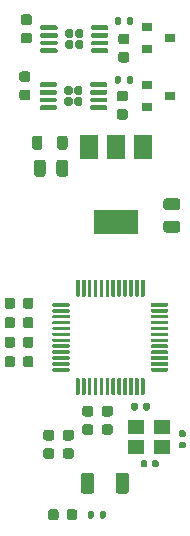
<source format=gbr>
%TF.GenerationSoftware,KiCad,Pcbnew,(5.1.10)-1*%
%TF.CreationDate,2021-08-15T22:41:54+03:00*%
%TF.ProjectId,jantteri-lora,6a616e74-7465-4726-992d-6c6f72612e6b,rev?*%
%TF.SameCoordinates,Original*%
%TF.FileFunction,Paste,Top*%
%TF.FilePolarity,Positive*%
%FSLAX46Y46*%
G04 Gerber Fmt 4.6, Leading zero omitted, Abs format (unit mm)*
G04 Created by KiCad (PCBNEW (5.1.10)-1) date 2021-08-15 22:41:54*
%MOMM*%
%LPD*%
G01*
G04 APERTURE LIST*
%ADD10R,0.900000X0.800000*%
%ADD11R,3.800000X2.000000*%
%ADD12R,1.500000X2.000000*%
%ADD13R,1.400000X1.200000*%
G04 APERTURE END LIST*
%TO.C,C2*%
G36*
G01*
X78199000Y-62222000D02*
X77249000Y-62222000D01*
G75*
G02*
X76999000Y-61972000I0J250000D01*
G01*
X76999000Y-61472000D01*
G75*
G02*
X77249000Y-61222000I250000J0D01*
G01*
X78199000Y-61222000D01*
G75*
G02*
X78449000Y-61472000I0J-250000D01*
G01*
X78449000Y-61972000D01*
G75*
G02*
X78199000Y-62222000I-250000J0D01*
G01*
G37*
G36*
G01*
X78199000Y-64122000D02*
X77249000Y-64122000D01*
G75*
G02*
X76999000Y-63872000I0J250000D01*
G01*
X76999000Y-63372000D01*
G75*
G02*
X77249000Y-63122000I250000J0D01*
G01*
X78199000Y-63122000D01*
G75*
G02*
X78449000Y-63372000I0J-250000D01*
G01*
X78449000Y-63872000D01*
G75*
G02*
X78199000Y-64122000I-250000J0D01*
G01*
G37*
%TD*%
%TO.C,C1*%
G36*
G01*
X68948000Y-58199000D02*
X68948000Y-59149000D01*
G75*
G02*
X68698000Y-59399000I-250000J0D01*
G01*
X68198000Y-59399000D01*
G75*
G02*
X67948000Y-59149000I0J250000D01*
G01*
X67948000Y-58199000D01*
G75*
G02*
X68198000Y-57949000I250000J0D01*
G01*
X68698000Y-57949000D01*
G75*
G02*
X68948000Y-58199000I0J-250000D01*
G01*
G37*
G36*
G01*
X67048000Y-58199000D02*
X67048000Y-59149000D01*
G75*
G02*
X66798000Y-59399000I-250000J0D01*
G01*
X66298000Y-59399000D01*
G75*
G02*
X66048000Y-59149000I0J250000D01*
G01*
X66048000Y-58199000D01*
G75*
G02*
X66298000Y-57949000I250000J0D01*
G01*
X66798000Y-57949000D01*
G75*
G02*
X67048000Y-58199000I0J-250000D01*
G01*
G37*
%TD*%
%TO.C,C3*%
G36*
G01*
X66008000Y-69854000D02*
X66008000Y-70354000D01*
G75*
G02*
X65783000Y-70579000I-225000J0D01*
G01*
X65333000Y-70579000D01*
G75*
G02*
X65108000Y-70354000I0J225000D01*
G01*
X65108000Y-69854000D01*
G75*
G02*
X65333000Y-69629000I225000J0D01*
G01*
X65783000Y-69629000D01*
G75*
G02*
X66008000Y-69854000I0J-225000D01*
G01*
G37*
G36*
G01*
X64458000Y-69854000D02*
X64458000Y-70354000D01*
G75*
G02*
X64233000Y-70579000I-225000J0D01*
G01*
X63783000Y-70579000D01*
G75*
G02*
X63558000Y-70354000I0J225000D01*
G01*
X63558000Y-69854000D01*
G75*
G02*
X63783000Y-69629000I225000J0D01*
G01*
X64233000Y-69629000D01*
G75*
G02*
X64458000Y-69854000I0J-225000D01*
G01*
G37*
%TD*%
%TO.C,C4*%
G36*
G01*
X64458000Y-71505000D02*
X64458000Y-72005000D01*
G75*
G02*
X64233000Y-72230000I-225000J0D01*
G01*
X63783000Y-72230000D01*
G75*
G02*
X63558000Y-72005000I0J225000D01*
G01*
X63558000Y-71505000D01*
G75*
G02*
X63783000Y-71280000I225000J0D01*
G01*
X64233000Y-71280000D01*
G75*
G02*
X64458000Y-71505000I0J-225000D01*
G01*
G37*
G36*
G01*
X66008000Y-71505000D02*
X66008000Y-72005000D01*
G75*
G02*
X65783000Y-72230000I-225000J0D01*
G01*
X65333000Y-72230000D01*
G75*
G02*
X65108000Y-72005000I0J225000D01*
G01*
X65108000Y-71505000D01*
G75*
G02*
X65333000Y-71280000I225000J0D01*
G01*
X65783000Y-71280000D01*
G75*
G02*
X66008000Y-71505000I0J-225000D01*
G01*
G37*
%TD*%
%TO.C,C5*%
G36*
G01*
X73283000Y-53665000D02*
X73783000Y-53665000D01*
G75*
G02*
X74008000Y-53890000I0J-225000D01*
G01*
X74008000Y-54340000D01*
G75*
G02*
X73783000Y-54565000I-225000J0D01*
G01*
X73283000Y-54565000D01*
G75*
G02*
X73058000Y-54340000I0J225000D01*
G01*
X73058000Y-53890000D01*
G75*
G02*
X73283000Y-53665000I225000J0D01*
G01*
G37*
G36*
G01*
X73283000Y-52115000D02*
X73783000Y-52115000D01*
G75*
G02*
X74008000Y-52340000I0J-225000D01*
G01*
X74008000Y-52790000D01*
G75*
G02*
X73783000Y-53015000I-225000J0D01*
G01*
X73283000Y-53015000D01*
G75*
G02*
X73058000Y-52790000I0J225000D01*
G01*
X73058000Y-52340000D01*
G75*
G02*
X73283000Y-52115000I225000J0D01*
G01*
G37*
%TD*%
%TO.C,C6*%
G36*
G01*
X65528000Y-52927000D02*
X65028000Y-52927000D01*
G75*
G02*
X64803000Y-52702000I0J225000D01*
G01*
X64803000Y-52252000D01*
G75*
G02*
X65028000Y-52027000I225000J0D01*
G01*
X65528000Y-52027000D01*
G75*
G02*
X65753000Y-52252000I0J-225000D01*
G01*
X65753000Y-52702000D01*
G75*
G02*
X65528000Y-52927000I-225000J0D01*
G01*
G37*
G36*
G01*
X65528000Y-51377000D02*
X65028000Y-51377000D01*
G75*
G02*
X64803000Y-51152000I0J225000D01*
G01*
X64803000Y-50702000D01*
G75*
G02*
X65028000Y-50477000I225000J0D01*
G01*
X65528000Y-50477000D01*
G75*
G02*
X65753000Y-50702000I0J-225000D01*
G01*
X65753000Y-51152000D01*
G75*
G02*
X65528000Y-51377000I-225000J0D01*
G01*
G37*
%TD*%
%TO.C,C7*%
G36*
G01*
X73410000Y-48826000D02*
X73910000Y-48826000D01*
G75*
G02*
X74135000Y-49051000I0J-225000D01*
G01*
X74135000Y-49501000D01*
G75*
G02*
X73910000Y-49726000I-225000J0D01*
G01*
X73410000Y-49726000D01*
G75*
G02*
X73185000Y-49501000I0J225000D01*
G01*
X73185000Y-49051000D01*
G75*
G02*
X73410000Y-48826000I225000J0D01*
G01*
G37*
G36*
G01*
X73410000Y-47276000D02*
X73910000Y-47276000D01*
G75*
G02*
X74135000Y-47501000I0J-225000D01*
G01*
X74135000Y-47951000D01*
G75*
G02*
X73910000Y-48176000I-225000J0D01*
G01*
X73410000Y-48176000D01*
G75*
G02*
X73185000Y-47951000I0J225000D01*
G01*
X73185000Y-47501000D01*
G75*
G02*
X73410000Y-47276000I225000J0D01*
G01*
G37*
%TD*%
%TO.C,C8*%
G36*
G01*
X65655000Y-48101000D02*
X65155000Y-48101000D01*
G75*
G02*
X64930000Y-47876000I0J225000D01*
G01*
X64930000Y-47426000D01*
G75*
G02*
X65155000Y-47201000I225000J0D01*
G01*
X65655000Y-47201000D01*
G75*
G02*
X65880000Y-47426000I0J-225000D01*
G01*
X65880000Y-47876000D01*
G75*
G02*
X65655000Y-48101000I-225000J0D01*
G01*
G37*
G36*
G01*
X65655000Y-46551000D02*
X65155000Y-46551000D01*
G75*
G02*
X64930000Y-46326000I0J225000D01*
G01*
X64930000Y-45876000D01*
G75*
G02*
X65155000Y-45651000I225000J0D01*
G01*
X65655000Y-45651000D01*
G75*
G02*
X65880000Y-45876000I0J-225000D01*
G01*
X65880000Y-46326000D01*
G75*
G02*
X65655000Y-46551000I-225000J0D01*
G01*
G37*
%TD*%
%TO.C,C9*%
G36*
G01*
X74108000Y-84693999D02*
X74108000Y-85994001D01*
G75*
G02*
X73858001Y-86244000I-249999J0D01*
G01*
X73207999Y-86244000D01*
G75*
G02*
X72958000Y-85994001I0J249999D01*
G01*
X72958000Y-84693999D01*
G75*
G02*
X73207999Y-84444000I249999J0D01*
G01*
X73858001Y-84444000D01*
G75*
G02*
X74108000Y-84693999I0J-249999D01*
G01*
G37*
G36*
G01*
X71158000Y-84693999D02*
X71158000Y-85994001D01*
G75*
G02*
X70908001Y-86244000I-249999J0D01*
G01*
X70257999Y-86244000D01*
G75*
G02*
X70008000Y-85994001I0J249999D01*
G01*
X70008000Y-84693999D01*
G75*
G02*
X70257999Y-84444000I249999J0D01*
G01*
X70908001Y-84444000D01*
G75*
G02*
X71158000Y-84693999I0J-249999D01*
G01*
G37*
%TD*%
%TO.C,C10*%
G36*
G01*
X68711000Y-82380000D02*
X69211000Y-82380000D01*
G75*
G02*
X69436000Y-82605000I0J-225000D01*
G01*
X69436000Y-83055000D01*
G75*
G02*
X69211000Y-83280000I-225000J0D01*
G01*
X68711000Y-83280000D01*
G75*
G02*
X68486000Y-83055000I0J225000D01*
G01*
X68486000Y-82605000D01*
G75*
G02*
X68711000Y-82380000I225000J0D01*
G01*
G37*
G36*
G01*
X68711000Y-80830000D02*
X69211000Y-80830000D01*
G75*
G02*
X69436000Y-81055000I0J-225000D01*
G01*
X69436000Y-81505000D01*
G75*
G02*
X69211000Y-81730000I-225000J0D01*
G01*
X68711000Y-81730000D01*
G75*
G02*
X68486000Y-81505000I0J225000D01*
G01*
X68486000Y-81055000D01*
G75*
G02*
X68711000Y-80830000I225000J0D01*
G01*
G37*
%TD*%
%TO.C,C11*%
G36*
G01*
X64458000Y-74807000D02*
X64458000Y-75307000D01*
G75*
G02*
X64233000Y-75532000I-225000J0D01*
G01*
X63783000Y-75532000D01*
G75*
G02*
X63558000Y-75307000I0J225000D01*
G01*
X63558000Y-74807000D01*
G75*
G02*
X63783000Y-74582000I225000J0D01*
G01*
X64233000Y-74582000D01*
G75*
G02*
X64458000Y-74807000I0J-225000D01*
G01*
G37*
G36*
G01*
X66008000Y-74807000D02*
X66008000Y-75307000D01*
G75*
G02*
X65783000Y-75532000I-225000J0D01*
G01*
X65333000Y-75532000D01*
G75*
G02*
X65108000Y-75307000I0J225000D01*
G01*
X65108000Y-74807000D01*
G75*
G02*
X65333000Y-74582000I225000J0D01*
G01*
X65783000Y-74582000D01*
G75*
G02*
X66008000Y-74807000I0J-225000D01*
G01*
G37*
%TD*%
%TO.C,C12*%
G36*
G01*
X66008000Y-73156000D02*
X66008000Y-73656000D01*
G75*
G02*
X65783000Y-73881000I-225000J0D01*
G01*
X65333000Y-73881000D01*
G75*
G02*
X65108000Y-73656000I0J225000D01*
G01*
X65108000Y-73156000D01*
G75*
G02*
X65333000Y-72931000I225000J0D01*
G01*
X65783000Y-72931000D01*
G75*
G02*
X66008000Y-73156000I0J-225000D01*
G01*
G37*
G36*
G01*
X64458000Y-73156000D02*
X64458000Y-73656000D01*
G75*
G02*
X64233000Y-73881000I-225000J0D01*
G01*
X63783000Y-73881000D01*
G75*
G02*
X63558000Y-73656000I0J225000D01*
G01*
X63558000Y-73156000D01*
G75*
G02*
X63783000Y-72931000I225000J0D01*
G01*
X64233000Y-72931000D01*
G75*
G02*
X64458000Y-73156000I0J-225000D01*
G01*
G37*
%TD*%
%TO.C,C13*%
G36*
G01*
X70362000Y-78798000D02*
X70862000Y-78798000D01*
G75*
G02*
X71087000Y-79023000I0J-225000D01*
G01*
X71087000Y-79473000D01*
G75*
G02*
X70862000Y-79698000I-225000J0D01*
G01*
X70362000Y-79698000D01*
G75*
G02*
X70137000Y-79473000I0J225000D01*
G01*
X70137000Y-79023000D01*
G75*
G02*
X70362000Y-78798000I225000J0D01*
G01*
G37*
G36*
G01*
X70362000Y-80348000D02*
X70862000Y-80348000D01*
G75*
G02*
X71087000Y-80573000I0J-225000D01*
G01*
X71087000Y-81023000D01*
G75*
G02*
X70862000Y-81248000I-225000J0D01*
G01*
X70362000Y-81248000D01*
G75*
G02*
X70137000Y-81023000I0J225000D01*
G01*
X70137000Y-80573000D01*
G75*
G02*
X70362000Y-80348000I225000J0D01*
G01*
G37*
%TD*%
%TO.C,C14*%
G36*
G01*
X67060000Y-82380000D02*
X67560000Y-82380000D01*
G75*
G02*
X67785000Y-82605000I0J-225000D01*
G01*
X67785000Y-83055000D01*
G75*
G02*
X67560000Y-83280000I-225000J0D01*
G01*
X67060000Y-83280000D01*
G75*
G02*
X66835000Y-83055000I0J225000D01*
G01*
X66835000Y-82605000D01*
G75*
G02*
X67060000Y-82380000I225000J0D01*
G01*
G37*
G36*
G01*
X67060000Y-80830000D02*
X67560000Y-80830000D01*
G75*
G02*
X67785000Y-81055000I0J-225000D01*
G01*
X67785000Y-81505000D01*
G75*
G02*
X67560000Y-81730000I-225000J0D01*
G01*
X67060000Y-81730000D01*
G75*
G02*
X66835000Y-81505000I0J225000D01*
G01*
X66835000Y-81055000D01*
G75*
G02*
X67060000Y-80830000I225000J0D01*
G01*
G37*
%TD*%
%TO.C,C15*%
G36*
G01*
X72013000Y-78798000D02*
X72513000Y-78798000D01*
G75*
G02*
X72738000Y-79023000I0J-225000D01*
G01*
X72738000Y-79473000D01*
G75*
G02*
X72513000Y-79698000I-225000J0D01*
G01*
X72013000Y-79698000D01*
G75*
G02*
X71788000Y-79473000I0J225000D01*
G01*
X71788000Y-79023000D01*
G75*
G02*
X72013000Y-78798000I225000J0D01*
G01*
G37*
G36*
G01*
X72013000Y-80348000D02*
X72513000Y-80348000D01*
G75*
G02*
X72738000Y-80573000I0J-225000D01*
G01*
X72738000Y-81023000D01*
G75*
G02*
X72513000Y-81248000I-225000J0D01*
G01*
X72013000Y-81248000D01*
G75*
G02*
X71788000Y-81023000I0J225000D01*
G01*
X71788000Y-80573000D01*
G75*
G02*
X72013000Y-80348000I225000J0D01*
G01*
G37*
%TD*%
%TO.C,C16*%
G36*
G01*
X75087000Y-83863000D02*
X75087000Y-83523000D01*
G75*
G02*
X75227000Y-83383000I140000J0D01*
G01*
X75507000Y-83383000D01*
G75*
G02*
X75647000Y-83523000I0J-140000D01*
G01*
X75647000Y-83863000D01*
G75*
G02*
X75507000Y-84003000I-140000J0D01*
G01*
X75227000Y-84003000D01*
G75*
G02*
X75087000Y-83863000I0J140000D01*
G01*
G37*
G36*
G01*
X76047000Y-83863000D02*
X76047000Y-83523000D01*
G75*
G02*
X76187000Y-83383000I140000J0D01*
G01*
X76467000Y-83383000D01*
G75*
G02*
X76607000Y-83523000I0J-140000D01*
G01*
X76607000Y-83863000D01*
G75*
G02*
X76467000Y-84003000I-140000J0D01*
G01*
X76187000Y-84003000D01*
G75*
G02*
X76047000Y-83863000I0J140000D01*
G01*
G37*
%TD*%
%TO.C,C17*%
G36*
G01*
X78443000Y-81833000D02*
X78783000Y-81833000D01*
G75*
G02*
X78923000Y-81973000I0J-140000D01*
G01*
X78923000Y-82253000D01*
G75*
G02*
X78783000Y-82393000I-140000J0D01*
G01*
X78443000Y-82393000D01*
G75*
G02*
X78303000Y-82253000I0J140000D01*
G01*
X78303000Y-81973000D01*
G75*
G02*
X78443000Y-81833000I140000J0D01*
G01*
G37*
G36*
G01*
X78443000Y-80873000D02*
X78783000Y-80873000D01*
G75*
G02*
X78923000Y-81013000I0J-140000D01*
G01*
X78923000Y-81293000D01*
G75*
G02*
X78783000Y-81433000I-140000J0D01*
G01*
X78443000Y-81433000D01*
G75*
G02*
X78303000Y-81293000I0J140000D01*
G01*
X78303000Y-81013000D01*
G75*
G02*
X78443000Y-80873000I140000J0D01*
G01*
G37*
%TD*%
%TO.C,D1*%
G36*
G01*
X69703500Y-87754750D02*
X69703500Y-88267250D01*
G75*
G02*
X69484750Y-88486000I-218750J0D01*
G01*
X69047250Y-88486000D01*
G75*
G02*
X68828500Y-88267250I0J218750D01*
G01*
X68828500Y-87754750D01*
G75*
G02*
X69047250Y-87536000I218750J0D01*
G01*
X69484750Y-87536000D01*
G75*
G02*
X69703500Y-87754750I0J-218750D01*
G01*
G37*
G36*
G01*
X68128500Y-87754750D02*
X68128500Y-88267250D01*
G75*
G02*
X67909750Y-88486000I-218750J0D01*
G01*
X67472250Y-88486000D01*
G75*
G02*
X67253500Y-88267250I0J218750D01*
G01*
X67253500Y-87754750D01*
G75*
G02*
X67472250Y-87536000I218750J0D01*
G01*
X67909750Y-87536000D01*
G75*
G02*
X68128500Y-87754750I0J-218750D01*
G01*
G37*
%TD*%
%TO.C,FB1*%
G36*
G01*
X68890500Y-56133750D02*
X68890500Y-56896250D01*
G75*
G02*
X68671750Y-57115000I-218750J0D01*
G01*
X68234250Y-57115000D01*
G75*
G02*
X68015500Y-56896250I0J218750D01*
G01*
X68015500Y-56133750D01*
G75*
G02*
X68234250Y-55915000I218750J0D01*
G01*
X68671750Y-55915000D01*
G75*
G02*
X68890500Y-56133750I0J-218750D01*
G01*
G37*
G36*
G01*
X66765500Y-56133750D02*
X66765500Y-56896250D01*
G75*
G02*
X66546750Y-57115000I-218750J0D01*
G01*
X66109250Y-57115000D01*
G75*
G02*
X65890500Y-56896250I0J218750D01*
G01*
X65890500Y-56133750D01*
G75*
G02*
X66109250Y-55915000I218750J0D01*
G01*
X66546750Y-55915000D01*
G75*
G02*
X66765500Y-56133750I0J-218750D01*
G01*
G37*
%TD*%
D10*
%TO.C,Q1*%
X75581000Y-51628000D03*
X75581000Y-53528000D03*
X77581000Y-52578000D03*
%TD*%
%TO.C,Q2*%
X77581000Y-47625000D03*
X75581000Y-48575000D03*
X75581000Y-46675000D03*
%TD*%
%TO.C,R3*%
G36*
G01*
X73902000Y-51366000D02*
X73902000Y-50996000D01*
G75*
G02*
X74037000Y-50861000I135000J0D01*
G01*
X74307000Y-50861000D01*
G75*
G02*
X74442000Y-50996000I0J-135000D01*
G01*
X74442000Y-51366000D01*
G75*
G02*
X74307000Y-51501000I-135000J0D01*
G01*
X74037000Y-51501000D01*
G75*
G02*
X73902000Y-51366000I0J135000D01*
G01*
G37*
G36*
G01*
X72882000Y-51366000D02*
X72882000Y-50996000D01*
G75*
G02*
X73017000Y-50861000I135000J0D01*
G01*
X73287000Y-50861000D01*
G75*
G02*
X73422000Y-50996000I0J-135000D01*
G01*
X73422000Y-51366000D01*
G75*
G02*
X73287000Y-51501000I-135000J0D01*
G01*
X73017000Y-51501000D01*
G75*
G02*
X72882000Y-51366000I0J135000D01*
G01*
G37*
%TD*%
%TO.C,R4*%
G36*
G01*
X72882000Y-46413000D02*
X72882000Y-46043000D01*
G75*
G02*
X73017000Y-45908000I135000J0D01*
G01*
X73287000Y-45908000D01*
G75*
G02*
X73422000Y-46043000I0J-135000D01*
G01*
X73422000Y-46413000D01*
G75*
G02*
X73287000Y-46548000I-135000J0D01*
G01*
X73017000Y-46548000D01*
G75*
G02*
X72882000Y-46413000I0J135000D01*
G01*
G37*
G36*
G01*
X73902000Y-46413000D02*
X73902000Y-46043000D01*
G75*
G02*
X74037000Y-45908000I135000J0D01*
G01*
X74307000Y-45908000D01*
G75*
G02*
X74442000Y-46043000I0J-135000D01*
G01*
X74442000Y-46413000D01*
G75*
G02*
X74307000Y-46548000I-135000J0D01*
G01*
X74037000Y-46548000D01*
G75*
G02*
X73902000Y-46413000I0J135000D01*
G01*
G37*
%TD*%
%TO.C,R1*%
G36*
G01*
X72154000Y-87826000D02*
X72154000Y-88196000D01*
G75*
G02*
X72019000Y-88331000I-135000J0D01*
G01*
X71749000Y-88331000D01*
G75*
G02*
X71614000Y-88196000I0J135000D01*
G01*
X71614000Y-87826000D01*
G75*
G02*
X71749000Y-87691000I135000J0D01*
G01*
X72019000Y-87691000D01*
G75*
G02*
X72154000Y-87826000I0J-135000D01*
G01*
G37*
G36*
G01*
X71134000Y-87826000D02*
X71134000Y-88196000D01*
G75*
G02*
X70999000Y-88331000I-135000J0D01*
G01*
X70729000Y-88331000D01*
G75*
G02*
X70594000Y-88196000I0J135000D01*
G01*
X70594000Y-87826000D01*
G75*
G02*
X70729000Y-87691000I135000J0D01*
G01*
X70999000Y-87691000D01*
G75*
G02*
X71134000Y-87826000I0J-135000D01*
G01*
G37*
%TD*%
%TO.C,R2*%
G36*
G01*
X75299000Y-79052000D02*
X75299000Y-78682000D01*
G75*
G02*
X75434000Y-78547000I135000J0D01*
G01*
X75704000Y-78547000D01*
G75*
G02*
X75839000Y-78682000I0J-135000D01*
G01*
X75839000Y-79052000D01*
G75*
G02*
X75704000Y-79187000I-135000J0D01*
G01*
X75434000Y-79187000D01*
G75*
G02*
X75299000Y-79052000I0J135000D01*
G01*
G37*
G36*
G01*
X74279000Y-79052000D02*
X74279000Y-78682000D01*
G75*
G02*
X74414000Y-78547000I135000J0D01*
G01*
X74684000Y-78547000D01*
G75*
G02*
X74819000Y-78682000I0J-135000D01*
G01*
X74819000Y-79052000D01*
G75*
G02*
X74684000Y-79187000I-135000J0D01*
G01*
X74414000Y-79187000D01*
G75*
G02*
X74279000Y-79052000I0J135000D01*
G01*
G37*
%TD*%
D11*
%TO.C,U2*%
X73011000Y-63196000D03*
D12*
X73011000Y-56896000D03*
X70711000Y-56896000D03*
X75311000Y-56896000D03*
%TD*%
%TO.C,U4*%
G36*
G01*
X72267999Y-53453000D02*
X72267999Y-53653000D01*
G75*
G02*
X72167999Y-53753000I-100000J0D01*
G01*
X70917999Y-53753000D01*
G75*
G02*
X70817999Y-53653000I0J100000D01*
G01*
X70817999Y-53453000D01*
G75*
G02*
X70917999Y-53353000I100000J0D01*
G01*
X72167999Y-53353000D01*
G75*
G02*
X72267999Y-53453000I0J-100000D01*
G01*
G37*
G36*
G01*
X72267999Y-52803000D02*
X72267999Y-53003000D01*
G75*
G02*
X72167999Y-53103000I-100000J0D01*
G01*
X70917999Y-53103000D01*
G75*
G02*
X70817999Y-53003000I0J100000D01*
G01*
X70817999Y-52803000D01*
G75*
G02*
X70917999Y-52703000I100000J0D01*
G01*
X72167999Y-52703000D01*
G75*
G02*
X72267999Y-52803000I0J-100000D01*
G01*
G37*
G36*
G01*
X72267999Y-52153000D02*
X72267999Y-52353000D01*
G75*
G02*
X72167999Y-52453000I-100000J0D01*
G01*
X70917999Y-52453000D01*
G75*
G02*
X70817999Y-52353000I0J100000D01*
G01*
X70817999Y-52153000D01*
G75*
G02*
X70917999Y-52053000I100000J0D01*
G01*
X72167999Y-52053000D01*
G75*
G02*
X72267999Y-52153000I0J-100000D01*
G01*
G37*
G36*
G01*
X72267999Y-51503000D02*
X72267999Y-51703000D01*
G75*
G02*
X72167999Y-51803000I-100000J0D01*
G01*
X70917999Y-51803000D01*
G75*
G02*
X70817999Y-51703000I0J100000D01*
G01*
X70817999Y-51503000D01*
G75*
G02*
X70917999Y-51403000I100000J0D01*
G01*
X72167999Y-51403000D01*
G75*
G02*
X72267999Y-51503000I0J-100000D01*
G01*
G37*
G36*
G01*
X67967999Y-51503000D02*
X67967999Y-51703000D01*
G75*
G02*
X67867999Y-51803000I-100000J0D01*
G01*
X66617999Y-51803000D01*
G75*
G02*
X66517999Y-51703000I0J100000D01*
G01*
X66517999Y-51503000D01*
G75*
G02*
X66617999Y-51403000I100000J0D01*
G01*
X67867999Y-51403000D01*
G75*
G02*
X67967999Y-51503000I0J-100000D01*
G01*
G37*
G36*
G01*
X67967999Y-52153000D02*
X67967999Y-52353000D01*
G75*
G02*
X67867999Y-52453000I-100000J0D01*
G01*
X66617999Y-52453000D01*
G75*
G02*
X66517999Y-52353000I0J100000D01*
G01*
X66517999Y-52153000D01*
G75*
G02*
X66617999Y-52053000I100000J0D01*
G01*
X67867999Y-52053000D01*
G75*
G02*
X67967999Y-52153000I0J-100000D01*
G01*
G37*
G36*
G01*
X67967999Y-52803000D02*
X67967999Y-53003000D01*
G75*
G02*
X67867999Y-53103000I-100000J0D01*
G01*
X66617999Y-53103000D01*
G75*
G02*
X66517999Y-53003000I0J100000D01*
G01*
X66517999Y-52803000D01*
G75*
G02*
X66617999Y-52703000I100000J0D01*
G01*
X67867999Y-52703000D01*
G75*
G02*
X67967999Y-52803000I0J-100000D01*
G01*
G37*
G36*
G01*
X67967999Y-53453000D02*
X67967999Y-53653000D01*
G75*
G02*
X67867999Y-53753000I-100000J0D01*
G01*
X66617999Y-53753000D01*
G75*
G02*
X66517999Y-53653000I0J100000D01*
G01*
X66517999Y-53453000D01*
G75*
G02*
X66617999Y-53353000I100000J0D01*
G01*
X67867999Y-53353000D01*
G75*
G02*
X67967999Y-53453000I0J-100000D01*
G01*
G37*
G36*
G01*
X70152999Y-52838000D02*
X70152999Y-53258000D01*
G75*
G02*
X69982999Y-53428000I-170000J0D01*
G01*
X69642999Y-53428000D01*
G75*
G02*
X69472999Y-53258000I0J170000D01*
G01*
X69472999Y-52838000D01*
G75*
G02*
X69642999Y-52668000I170000J0D01*
G01*
X69982999Y-52668000D01*
G75*
G02*
X70152999Y-52838000I0J-170000D01*
G01*
G37*
G36*
G01*
X70152999Y-51898000D02*
X70152999Y-52318000D01*
G75*
G02*
X69982999Y-52488000I-170000J0D01*
G01*
X69642999Y-52488000D01*
G75*
G02*
X69472999Y-52318000I0J170000D01*
G01*
X69472999Y-51898000D01*
G75*
G02*
X69642999Y-51728000I170000J0D01*
G01*
X69982999Y-51728000D01*
G75*
G02*
X70152999Y-51898000I0J-170000D01*
G01*
G37*
G36*
G01*
X69312999Y-52838000D02*
X69312999Y-53258000D01*
G75*
G02*
X69142999Y-53428000I-170000J0D01*
G01*
X68802999Y-53428000D01*
G75*
G02*
X68632999Y-53258000I0J170000D01*
G01*
X68632999Y-52838000D01*
G75*
G02*
X68802999Y-52668000I170000J0D01*
G01*
X69142999Y-52668000D01*
G75*
G02*
X69312999Y-52838000I0J-170000D01*
G01*
G37*
G36*
G01*
X69312999Y-51898000D02*
X69312999Y-52318000D01*
G75*
G02*
X69142999Y-52488000I-170000J0D01*
G01*
X68802999Y-52488000D01*
G75*
G02*
X68632999Y-52318000I0J170000D01*
G01*
X68632999Y-51898000D01*
G75*
G02*
X68802999Y-51728000I170000J0D01*
G01*
X69142999Y-51728000D01*
G75*
G02*
X69312999Y-51898000I0J-170000D01*
G01*
G37*
%TD*%
%TO.C,U5*%
G36*
G01*
X69389000Y-47072000D02*
X69389000Y-47492000D01*
G75*
G02*
X69219000Y-47662000I-170000J0D01*
G01*
X68879000Y-47662000D01*
G75*
G02*
X68709000Y-47492000I0J170000D01*
G01*
X68709000Y-47072000D01*
G75*
G02*
X68879000Y-46902000I170000J0D01*
G01*
X69219000Y-46902000D01*
G75*
G02*
X69389000Y-47072000I0J-170000D01*
G01*
G37*
G36*
G01*
X69389000Y-48012000D02*
X69389000Y-48432000D01*
G75*
G02*
X69219000Y-48602000I-170000J0D01*
G01*
X68879000Y-48602000D01*
G75*
G02*
X68709000Y-48432000I0J170000D01*
G01*
X68709000Y-48012000D01*
G75*
G02*
X68879000Y-47842000I170000J0D01*
G01*
X69219000Y-47842000D01*
G75*
G02*
X69389000Y-48012000I0J-170000D01*
G01*
G37*
G36*
G01*
X70229000Y-47072000D02*
X70229000Y-47492000D01*
G75*
G02*
X70059000Y-47662000I-170000J0D01*
G01*
X69719000Y-47662000D01*
G75*
G02*
X69549000Y-47492000I0J170000D01*
G01*
X69549000Y-47072000D01*
G75*
G02*
X69719000Y-46902000I170000J0D01*
G01*
X70059000Y-46902000D01*
G75*
G02*
X70229000Y-47072000I0J-170000D01*
G01*
G37*
G36*
G01*
X70229000Y-48012000D02*
X70229000Y-48432000D01*
G75*
G02*
X70059000Y-48602000I-170000J0D01*
G01*
X69719000Y-48602000D01*
G75*
G02*
X69549000Y-48432000I0J170000D01*
G01*
X69549000Y-48012000D01*
G75*
G02*
X69719000Y-47842000I170000J0D01*
G01*
X70059000Y-47842000D01*
G75*
G02*
X70229000Y-48012000I0J-170000D01*
G01*
G37*
G36*
G01*
X68044000Y-48627000D02*
X68044000Y-48827000D01*
G75*
G02*
X67944000Y-48927000I-100000J0D01*
G01*
X66694000Y-48927000D01*
G75*
G02*
X66594000Y-48827000I0J100000D01*
G01*
X66594000Y-48627000D01*
G75*
G02*
X66694000Y-48527000I100000J0D01*
G01*
X67944000Y-48527000D01*
G75*
G02*
X68044000Y-48627000I0J-100000D01*
G01*
G37*
G36*
G01*
X68044000Y-47977000D02*
X68044000Y-48177000D01*
G75*
G02*
X67944000Y-48277000I-100000J0D01*
G01*
X66694000Y-48277000D01*
G75*
G02*
X66594000Y-48177000I0J100000D01*
G01*
X66594000Y-47977000D01*
G75*
G02*
X66694000Y-47877000I100000J0D01*
G01*
X67944000Y-47877000D01*
G75*
G02*
X68044000Y-47977000I0J-100000D01*
G01*
G37*
G36*
G01*
X68044000Y-47327000D02*
X68044000Y-47527000D01*
G75*
G02*
X67944000Y-47627000I-100000J0D01*
G01*
X66694000Y-47627000D01*
G75*
G02*
X66594000Y-47527000I0J100000D01*
G01*
X66594000Y-47327000D01*
G75*
G02*
X66694000Y-47227000I100000J0D01*
G01*
X67944000Y-47227000D01*
G75*
G02*
X68044000Y-47327000I0J-100000D01*
G01*
G37*
G36*
G01*
X68044000Y-46677000D02*
X68044000Y-46877000D01*
G75*
G02*
X67944000Y-46977000I-100000J0D01*
G01*
X66694000Y-46977000D01*
G75*
G02*
X66594000Y-46877000I0J100000D01*
G01*
X66594000Y-46677000D01*
G75*
G02*
X66694000Y-46577000I100000J0D01*
G01*
X67944000Y-46577000D01*
G75*
G02*
X68044000Y-46677000I0J-100000D01*
G01*
G37*
G36*
G01*
X72344000Y-46677000D02*
X72344000Y-46877000D01*
G75*
G02*
X72244000Y-46977000I-100000J0D01*
G01*
X70994000Y-46977000D01*
G75*
G02*
X70894000Y-46877000I0J100000D01*
G01*
X70894000Y-46677000D01*
G75*
G02*
X70994000Y-46577000I100000J0D01*
G01*
X72244000Y-46577000D01*
G75*
G02*
X72344000Y-46677000I0J-100000D01*
G01*
G37*
G36*
G01*
X72344000Y-47327000D02*
X72344000Y-47527000D01*
G75*
G02*
X72244000Y-47627000I-100000J0D01*
G01*
X70994000Y-47627000D01*
G75*
G02*
X70894000Y-47527000I0J100000D01*
G01*
X70894000Y-47327000D01*
G75*
G02*
X70994000Y-47227000I100000J0D01*
G01*
X72244000Y-47227000D01*
G75*
G02*
X72344000Y-47327000I0J-100000D01*
G01*
G37*
G36*
G01*
X72344000Y-47977000D02*
X72344000Y-48177000D01*
G75*
G02*
X72244000Y-48277000I-100000J0D01*
G01*
X70994000Y-48277000D01*
G75*
G02*
X70894000Y-48177000I0J100000D01*
G01*
X70894000Y-47977000D01*
G75*
G02*
X70994000Y-47877000I100000J0D01*
G01*
X72244000Y-47877000D01*
G75*
G02*
X72344000Y-47977000I0J-100000D01*
G01*
G37*
G36*
G01*
X72344000Y-48627000D02*
X72344000Y-48827000D01*
G75*
G02*
X72244000Y-48927000I-100000J0D01*
G01*
X70994000Y-48927000D01*
G75*
G02*
X70894000Y-48827000I0J100000D01*
G01*
X70894000Y-48627000D01*
G75*
G02*
X70994000Y-48527000I100000J0D01*
G01*
X72244000Y-48527000D01*
G75*
G02*
X72344000Y-48627000I0J-100000D01*
G01*
G37*
%TD*%
%TO.C,U6*%
G36*
G01*
X69838000Y-77896500D02*
X69688000Y-77896500D01*
G75*
G02*
X69613000Y-77821500I0J75000D01*
G01*
X69613000Y-76496500D01*
G75*
G02*
X69688000Y-76421500I75000J0D01*
G01*
X69838000Y-76421500D01*
G75*
G02*
X69913000Y-76496500I0J-75000D01*
G01*
X69913000Y-77821500D01*
G75*
G02*
X69838000Y-77896500I-75000J0D01*
G01*
G37*
G36*
G01*
X70338000Y-77896500D02*
X70188000Y-77896500D01*
G75*
G02*
X70113000Y-77821500I0J75000D01*
G01*
X70113000Y-76496500D01*
G75*
G02*
X70188000Y-76421500I75000J0D01*
G01*
X70338000Y-76421500D01*
G75*
G02*
X70413000Y-76496500I0J-75000D01*
G01*
X70413000Y-77821500D01*
G75*
G02*
X70338000Y-77896500I-75000J0D01*
G01*
G37*
G36*
G01*
X70838000Y-77896500D02*
X70688000Y-77896500D01*
G75*
G02*
X70613000Y-77821500I0J75000D01*
G01*
X70613000Y-76496500D01*
G75*
G02*
X70688000Y-76421500I75000J0D01*
G01*
X70838000Y-76421500D01*
G75*
G02*
X70913000Y-76496500I0J-75000D01*
G01*
X70913000Y-77821500D01*
G75*
G02*
X70838000Y-77896500I-75000J0D01*
G01*
G37*
G36*
G01*
X71338000Y-77896500D02*
X71188000Y-77896500D01*
G75*
G02*
X71113000Y-77821500I0J75000D01*
G01*
X71113000Y-76496500D01*
G75*
G02*
X71188000Y-76421500I75000J0D01*
G01*
X71338000Y-76421500D01*
G75*
G02*
X71413000Y-76496500I0J-75000D01*
G01*
X71413000Y-77821500D01*
G75*
G02*
X71338000Y-77896500I-75000J0D01*
G01*
G37*
G36*
G01*
X71838000Y-77896500D02*
X71688000Y-77896500D01*
G75*
G02*
X71613000Y-77821500I0J75000D01*
G01*
X71613000Y-76496500D01*
G75*
G02*
X71688000Y-76421500I75000J0D01*
G01*
X71838000Y-76421500D01*
G75*
G02*
X71913000Y-76496500I0J-75000D01*
G01*
X71913000Y-77821500D01*
G75*
G02*
X71838000Y-77896500I-75000J0D01*
G01*
G37*
G36*
G01*
X72338000Y-77896500D02*
X72188000Y-77896500D01*
G75*
G02*
X72113000Y-77821500I0J75000D01*
G01*
X72113000Y-76496500D01*
G75*
G02*
X72188000Y-76421500I75000J0D01*
G01*
X72338000Y-76421500D01*
G75*
G02*
X72413000Y-76496500I0J-75000D01*
G01*
X72413000Y-77821500D01*
G75*
G02*
X72338000Y-77896500I-75000J0D01*
G01*
G37*
G36*
G01*
X72838000Y-77896500D02*
X72688000Y-77896500D01*
G75*
G02*
X72613000Y-77821500I0J75000D01*
G01*
X72613000Y-76496500D01*
G75*
G02*
X72688000Y-76421500I75000J0D01*
G01*
X72838000Y-76421500D01*
G75*
G02*
X72913000Y-76496500I0J-75000D01*
G01*
X72913000Y-77821500D01*
G75*
G02*
X72838000Y-77896500I-75000J0D01*
G01*
G37*
G36*
G01*
X73338000Y-77896500D02*
X73188000Y-77896500D01*
G75*
G02*
X73113000Y-77821500I0J75000D01*
G01*
X73113000Y-76496500D01*
G75*
G02*
X73188000Y-76421500I75000J0D01*
G01*
X73338000Y-76421500D01*
G75*
G02*
X73413000Y-76496500I0J-75000D01*
G01*
X73413000Y-77821500D01*
G75*
G02*
X73338000Y-77896500I-75000J0D01*
G01*
G37*
G36*
G01*
X73838000Y-77896500D02*
X73688000Y-77896500D01*
G75*
G02*
X73613000Y-77821500I0J75000D01*
G01*
X73613000Y-76496500D01*
G75*
G02*
X73688000Y-76421500I75000J0D01*
G01*
X73838000Y-76421500D01*
G75*
G02*
X73913000Y-76496500I0J-75000D01*
G01*
X73913000Y-77821500D01*
G75*
G02*
X73838000Y-77896500I-75000J0D01*
G01*
G37*
G36*
G01*
X74338000Y-77896500D02*
X74188000Y-77896500D01*
G75*
G02*
X74113000Y-77821500I0J75000D01*
G01*
X74113000Y-76496500D01*
G75*
G02*
X74188000Y-76421500I75000J0D01*
G01*
X74338000Y-76421500D01*
G75*
G02*
X74413000Y-76496500I0J-75000D01*
G01*
X74413000Y-77821500D01*
G75*
G02*
X74338000Y-77896500I-75000J0D01*
G01*
G37*
G36*
G01*
X74838000Y-77896500D02*
X74688000Y-77896500D01*
G75*
G02*
X74613000Y-77821500I0J75000D01*
G01*
X74613000Y-76496500D01*
G75*
G02*
X74688000Y-76421500I75000J0D01*
G01*
X74838000Y-76421500D01*
G75*
G02*
X74913000Y-76496500I0J-75000D01*
G01*
X74913000Y-77821500D01*
G75*
G02*
X74838000Y-77896500I-75000J0D01*
G01*
G37*
G36*
G01*
X75338000Y-77896500D02*
X75188000Y-77896500D01*
G75*
G02*
X75113000Y-77821500I0J75000D01*
G01*
X75113000Y-76496500D01*
G75*
G02*
X75188000Y-76421500I75000J0D01*
G01*
X75338000Y-76421500D01*
G75*
G02*
X75413000Y-76496500I0J-75000D01*
G01*
X75413000Y-77821500D01*
G75*
G02*
X75338000Y-77896500I-75000J0D01*
G01*
G37*
G36*
G01*
X77338000Y-75896500D02*
X76013000Y-75896500D01*
G75*
G02*
X75938000Y-75821500I0J75000D01*
G01*
X75938000Y-75671500D01*
G75*
G02*
X76013000Y-75596500I75000J0D01*
G01*
X77338000Y-75596500D01*
G75*
G02*
X77413000Y-75671500I0J-75000D01*
G01*
X77413000Y-75821500D01*
G75*
G02*
X77338000Y-75896500I-75000J0D01*
G01*
G37*
G36*
G01*
X77338000Y-75396500D02*
X76013000Y-75396500D01*
G75*
G02*
X75938000Y-75321500I0J75000D01*
G01*
X75938000Y-75171500D01*
G75*
G02*
X76013000Y-75096500I75000J0D01*
G01*
X77338000Y-75096500D01*
G75*
G02*
X77413000Y-75171500I0J-75000D01*
G01*
X77413000Y-75321500D01*
G75*
G02*
X77338000Y-75396500I-75000J0D01*
G01*
G37*
G36*
G01*
X77338000Y-74896500D02*
X76013000Y-74896500D01*
G75*
G02*
X75938000Y-74821500I0J75000D01*
G01*
X75938000Y-74671500D01*
G75*
G02*
X76013000Y-74596500I75000J0D01*
G01*
X77338000Y-74596500D01*
G75*
G02*
X77413000Y-74671500I0J-75000D01*
G01*
X77413000Y-74821500D01*
G75*
G02*
X77338000Y-74896500I-75000J0D01*
G01*
G37*
G36*
G01*
X77338000Y-74396500D02*
X76013000Y-74396500D01*
G75*
G02*
X75938000Y-74321500I0J75000D01*
G01*
X75938000Y-74171500D01*
G75*
G02*
X76013000Y-74096500I75000J0D01*
G01*
X77338000Y-74096500D01*
G75*
G02*
X77413000Y-74171500I0J-75000D01*
G01*
X77413000Y-74321500D01*
G75*
G02*
X77338000Y-74396500I-75000J0D01*
G01*
G37*
G36*
G01*
X77338000Y-73896500D02*
X76013000Y-73896500D01*
G75*
G02*
X75938000Y-73821500I0J75000D01*
G01*
X75938000Y-73671500D01*
G75*
G02*
X76013000Y-73596500I75000J0D01*
G01*
X77338000Y-73596500D01*
G75*
G02*
X77413000Y-73671500I0J-75000D01*
G01*
X77413000Y-73821500D01*
G75*
G02*
X77338000Y-73896500I-75000J0D01*
G01*
G37*
G36*
G01*
X77338000Y-73396500D02*
X76013000Y-73396500D01*
G75*
G02*
X75938000Y-73321500I0J75000D01*
G01*
X75938000Y-73171500D01*
G75*
G02*
X76013000Y-73096500I75000J0D01*
G01*
X77338000Y-73096500D01*
G75*
G02*
X77413000Y-73171500I0J-75000D01*
G01*
X77413000Y-73321500D01*
G75*
G02*
X77338000Y-73396500I-75000J0D01*
G01*
G37*
G36*
G01*
X77338000Y-72896500D02*
X76013000Y-72896500D01*
G75*
G02*
X75938000Y-72821500I0J75000D01*
G01*
X75938000Y-72671500D01*
G75*
G02*
X76013000Y-72596500I75000J0D01*
G01*
X77338000Y-72596500D01*
G75*
G02*
X77413000Y-72671500I0J-75000D01*
G01*
X77413000Y-72821500D01*
G75*
G02*
X77338000Y-72896500I-75000J0D01*
G01*
G37*
G36*
G01*
X77338000Y-72396500D02*
X76013000Y-72396500D01*
G75*
G02*
X75938000Y-72321500I0J75000D01*
G01*
X75938000Y-72171500D01*
G75*
G02*
X76013000Y-72096500I75000J0D01*
G01*
X77338000Y-72096500D01*
G75*
G02*
X77413000Y-72171500I0J-75000D01*
G01*
X77413000Y-72321500D01*
G75*
G02*
X77338000Y-72396500I-75000J0D01*
G01*
G37*
G36*
G01*
X77338000Y-71896500D02*
X76013000Y-71896500D01*
G75*
G02*
X75938000Y-71821500I0J75000D01*
G01*
X75938000Y-71671500D01*
G75*
G02*
X76013000Y-71596500I75000J0D01*
G01*
X77338000Y-71596500D01*
G75*
G02*
X77413000Y-71671500I0J-75000D01*
G01*
X77413000Y-71821500D01*
G75*
G02*
X77338000Y-71896500I-75000J0D01*
G01*
G37*
G36*
G01*
X77338000Y-71396500D02*
X76013000Y-71396500D01*
G75*
G02*
X75938000Y-71321500I0J75000D01*
G01*
X75938000Y-71171500D01*
G75*
G02*
X76013000Y-71096500I75000J0D01*
G01*
X77338000Y-71096500D01*
G75*
G02*
X77413000Y-71171500I0J-75000D01*
G01*
X77413000Y-71321500D01*
G75*
G02*
X77338000Y-71396500I-75000J0D01*
G01*
G37*
G36*
G01*
X77338000Y-70896500D02*
X76013000Y-70896500D01*
G75*
G02*
X75938000Y-70821500I0J75000D01*
G01*
X75938000Y-70671500D01*
G75*
G02*
X76013000Y-70596500I75000J0D01*
G01*
X77338000Y-70596500D01*
G75*
G02*
X77413000Y-70671500I0J-75000D01*
G01*
X77413000Y-70821500D01*
G75*
G02*
X77338000Y-70896500I-75000J0D01*
G01*
G37*
G36*
G01*
X77338000Y-70396500D02*
X76013000Y-70396500D01*
G75*
G02*
X75938000Y-70321500I0J75000D01*
G01*
X75938000Y-70171500D01*
G75*
G02*
X76013000Y-70096500I75000J0D01*
G01*
X77338000Y-70096500D01*
G75*
G02*
X77413000Y-70171500I0J-75000D01*
G01*
X77413000Y-70321500D01*
G75*
G02*
X77338000Y-70396500I-75000J0D01*
G01*
G37*
G36*
G01*
X75338000Y-69571500D02*
X75188000Y-69571500D01*
G75*
G02*
X75113000Y-69496500I0J75000D01*
G01*
X75113000Y-68171500D01*
G75*
G02*
X75188000Y-68096500I75000J0D01*
G01*
X75338000Y-68096500D01*
G75*
G02*
X75413000Y-68171500I0J-75000D01*
G01*
X75413000Y-69496500D01*
G75*
G02*
X75338000Y-69571500I-75000J0D01*
G01*
G37*
G36*
G01*
X74838000Y-69571500D02*
X74688000Y-69571500D01*
G75*
G02*
X74613000Y-69496500I0J75000D01*
G01*
X74613000Y-68171500D01*
G75*
G02*
X74688000Y-68096500I75000J0D01*
G01*
X74838000Y-68096500D01*
G75*
G02*
X74913000Y-68171500I0J-75000D01*
G01*
X74913000Y-69496500D01*
G75*
G02*
X74838000Y-69571500I-75000J0D01*
G01*
G37*
G36*
G01*
X74338000Y-69571500D02*
X74188000Y-69571500D01*
G75*
G02*
X74113000Y-69496500I0J75000D01*
G01*
X74113000Y-68171500D01*
G75*
G02*
X74188000Y-68096500I75000J0D01*
G01*
X74338000Y-68096500D01*
G75*
G02*
X74413000Y-68171500I0J-75000D01*
G01*
X74413000Y-69496500D01*
G75*
G02*
X74338000Y-69571500I-75000J0D01*
G01*
G37*
G36*
G01*
X73838000Y-69571500D02*
X73688000Y-69571500D01*
G75*
G02*
X73613000Y-69496500I0J75000D01*
G01*
X73613000Y-68171500D01*
G75*
G02*
X73688000Y-68096500I75000J0D01*
G01*
X73838000Y-68096500D01*
G75*
G02*
X73913000Y-68171500I0J-75000D01*
G01*
X73913000Y-69496500D01*
G75*
G02*
X73838000Y-69571500I-75000J0D01*
G01*
G37*
G36*
G01*
X73338000Y-69571500D02*
X73188000Y-69571500D01*
G75*
G02*
X73113000Y-69496500I0J75000D01*
G01*
X73113000Y-68171500D01*
G75*
G02*
X73188000Y-68096500I75000J0D01*
G01*
X73338000Y-68096500D01*
G75*
G02*
X73413000Y-68171500I0J-75000D01*
G01*
X73413000Y-69496500D01*
G75*
G02*
X73338000Y-69571500I-75000J0D01*
G01*
G37*
G36*
G01*
X72838000Y-69571500D02*
X72688000Y-69571500D01*
G75*
G02*
X72613000Y-69496500I0J75000D01*
G01*
X72613000Y-68171500D01*
G75*
G02*
X72688000Y-68096500I75000J0D01*
G01*
X72838000Y-68096500D01*
G75*
G02*
X72913000Y-68171500I0J-75000D01*
G01*
X72913000Y-69496500D01*
G75*
G02*
X72838000Y-69571500I-75000J0D01*
G01*
G37*
G36*
G01*
X72338000Y-69571500D02*
X72188000Y-69571500D01*
G75*
G02*
X72113000Y-69496500I0J75000D01*
G01*
X72113000Y-68171500D01*
G75*
G02*
X72188000Y-68096500I75000J0D01*
G01*
X72338000Y-68096500D01*
G75*
G02*
X72413000Y-68171500I0J-75000D01*
G01*
X72413000Y-69496500D01*
G75*
G02*
X72338000Y-69571500I-75000J0D01*
G01*
G37*
G36*
G01*
X71838000Y-69571500D02*
X71688000Y-69571500D01*
G75*
G02*
X71613000Y-69496500I0J75000D01*
G01*
X71613000Y-68171500D01*
G75*
G02*
X71688000Y-68096500I75000J0D01*
G01*
X71838000Y-68096500D01*
G75*
G02*
X71913000Y-68171500I0J-75000D01*
G01*
X71913000Y-69496500D01*
G75*
G02*
X71838000Y-69571500I-75000J0D01*
G01*
G37*
G36*
G01*
X71338000Y-69571500D02*
X71188000Y-69571500D01*
G75*
G02*
X71113000Y-69496500I0J75000D01*
G01*
X71113000Y-68171500D01*
G75*
G02*
X71188000Y-68096500I75000J0D01*
G01*
X71338000Y-68096500D01*
G75*
G02*
X71413000Y-68171500I0J-75000D01*
G01*
X71413000Y-69496500D01*
G75*
G02*
X71338000Y-69571500I-75000J0D01*
G01*
G37*
G36*
G01*
X70838000Y-69571500D02*
X70688000Y-69571500D01*
G75*
G02*
X70613000Y-69496500I0J75000D01*
G01*
X70613000Y-68171500D01*
G75*
G02*
X70688000Y-68096500I75000J0D01*
G01*
X70838000Y-68096500D01*
G75*
G02*
X70913000Y-68171500I0J-75000D01*
G01*
X70913000Y-69496500D01*
G75*
G02*
X70838000Y-69571500I-75000J0D01*
G01*
G37*
G36*
G01*
X70338000Y-69571500D02*
X70188000Y-69571500D01*
G75*
G02*
X70113000Y-69496500I0J75000D01*
G01*
X70113000Y-68171500D01*
G75*
G02*
X70188000Y-68096500I75000J0D01*
G01*
X70338000Y-68096500D01*
G75*
G02*
X70413000Y-68171500I0J-75000D01*
G01*
X70413000Y-69496500D01*
G75*
G02*
X70338000Y-69571500I-75000J0D01*
G01*
G37*
G36*
G01*
X69838000Y-69571500D02*
X69688000Y-69571500D01*
G75*
G02*
X69613000Y-69496500I0J75000D01*
G01*
X69613000Y-68171500D01*
G75*
G02*
X69688000Y-68096500I75000J0D01*
G01*
X69838000Y-68096500D01*
G75*
G02*
X69913000Y-68171500I0J-75000D01*
G01*
X69913000Y-69496500D01*
G75*
G02*
X69838000Y-69571500I-75000J0D01*
G01*
G37*
G36*
G01*
X69013000Y-70396500D02*
X67688000Y-70396500D01*
G75*
G02*
X67613000Y-70321500I0J75000D01*
G01*
X67613000Y-70171500D01*
G75*
G02*
X67688000Y-70096500I75000J0D01*
G01*
X69013000Y-70096500D01*
G75*
G02*
X69088000Y-70171500I0J-75000D01*
G01*
X69088000Y-70321500D01*
G75*
G02*
X69013000Y-70396500I-75000J0D01*
G01*
G37*
G36*
G01*
X69013000Y-70896500D02*
X67688000Y-70896500D01*
G75*
G02*
X67613000Y-70821500I0J75000D01*
G01*
X67613000Y-70671500D01*
G75*
G02*
X67688000Y-70596500I75000J0D01*
G01*
X69013000Y-70596500D01*
G75*
G02*
X69088000Y-70671500I0J-75000D01*
G01*
X69088000Y-70821500D01*
G75*
G02*
X69013000Y-70896500I-75000J0D01*
G01*
G37*
G36*
G01*
X69013000Y-71396500D02*
X67688000Y-71396500D01*
G75*
G02*
X67613000Y-71321500I0J75000D01*
G01*
X67613000Y-71171500D01*
G75*
G02*
X67688000Y-71096500I75000J0D01*
G01*
X69013000Y-71096500D01*
G75*
G02*
X69088000Y-71171500I0J-75000D01*
G01*
X69088000Y-71321500D01*
G75*
G02*
X69013000Y-71396500I-75000J0D01*
G01*
G37*
G36*
G01*
X69013000Y-71896500D02*
X67688000Y-71896500D01*
G75*
G02*
X67613000Y-71821500I0J75000D01*
G01*
X67613000Y-71671500D01*
G75*
G02*
X67688000Y-71596500I75000J0D01*
G01*
X69013000Y-71596500D01*
G75*
G02*
X69088000Y-71671500I0J-75000D01*
G01*
X69088000Y-71821500D01*
G75*
G02*
X69013000Y-71896500I-75000J0D01*
G01*
G37*
G36*
G01*
X69013000Y-72396500D02*
X67688000Y-72396500D01*
G75*
G02*
X67613000Y-72321500I0J75000D01*
G01*
X67613000Y-72171500D01*
G75*
G02*
X67688000Y-72096500I75000J0D01*
G01*
X69013000Y-72096500D01*
G75*
G02*
X69088000Y-72171500I0J-75000D01*
G01*
X69088000Y-72321500D01*
G75*
G02*
X69013000Y-72396500I-75000J0D01*
G01*
G37*
G36*
G01*
X69013000Y-72896500D02*
X67688000Y-72896500D01*
G75*
G02*
X67613000Y-72821500I0J75000D01*
G01*
X67613000Y-72671500D01*
G75*
G02*
X67688000Y-72596500I75000J0D01*
G01*
X69013000Y-72596500D01*
G75*
G02*
X69088000Y-72671500I0J-75000D01*
G01*
X69088000Y-72821500D01*
G75*
G02*
X69013000Y-72896500I-75000J0D01*
G01*
G37*
G36*
G01*
X69013000Y-73396500D02*
X67688000Y-73396500D01*
G75*
G02*
X67613000Y-73321500I0J75000D01*
G01*
X67613000Y-73171500D01*
G75*
G02*
X67688000Y-73096500I75000J0D01*
G01*
X69013000Y-73096500D01*
G75*
G02*
X69088000Y-73171500I0J-75000D01*
G01*
X69088000Y-73321500D01*
G75*
G02*
X69013000Y-73396500I-75000J0D01*
G01*
G37*
G36*
G01*
X69013000Y-73896500D02*
X67688000Y-73896500D01*
G75*
G02*
X67613000Y-73821500I0J75000D01*
G01*
X67613000Y-73671500D01*
G75*
G02*
X67688000Y-73596500I75000J0D01*
G01*
X69013000Y-73596500D01*
G75*
G02*
X69088000Y-73671500I0J-75000D01*
G01*
X69088000Y-73821500D01*
G75*
G02*
X69013000Y-73896500I-75000J0D01*
G01*
G37*
G36*
G01*
X69013000Y-74396500D02*
X67688000Y-74396500D01*
G75*
G02*
X67613000Y-74321500I0J75000D01*
G01*
X67613000Y-74171500D01*
G75*
G02*
X67688000Y-74096500I75000J0D01*
G01*
X69013000Y-74096500D01*
G75*
G02*
X69088000Y-74171500I0J-75000D01*
G01*
X69088000Y-74321500D01*
G75*
G02*
X69013000Y-74396500I-75000J0D01*
G01*
G37*
G36*
G01*
X69013000Y-74896500D02*
X67688000Y-74896500D01*
G75*
G02*
X67613000Y-74821500I0J75000D01*
G01*
X67613000Y-74671500D01*
G75*
G02*
X67688000Y-74596500I75000J0D01*
G01*
X69013000Y-74596500D01*
G75*
G02*
X69088000Y-74671500I0J-75000D01*
G01*
X69088000Y-74821500D01*
G75*
G02*
X69013000Y-74896500I-75000J0D01*
G01*
G37*
G36*
G01*
X69013000Y-75396500D02*
X67688000Y-75396500D01*
G75*
G02*
X67613000Y-75321500I0J75000D01*
G01*
X67613000Y-75171500D01*
G75*
G02*
X67688000Y-75096500I75000J0D01*
G01*
X69013000Y-75096500D01*
G75*
G02*
X69088000Y-75171500I0J-75000D01*
G01*
X69088000Y-75321500D01*
G75*
G02*
X69013000Y-75396500I-75000J0D01*
G01*
G37*
G36*
G01*
X69013000Y-75896500D02*
X67688000Y-75896500D01*
G75*
G02*
X67613000Y-75821500I0J75000D01*
G01*
X67613000Y-75671500D01*
G75*
G02*
X67688000Y-75596500I75000J0D01*
G01*
X69013000Y-75596500D01*
G75*
G02*
X69088000Y-75671500I0J-75000D01*
G01*
X69088000Y-75821500D01*
G75*
G02*
X69013000Y-75896500I-75000J0D01*
G01*
G37*
%TD*%
D13*
%TO.C,Y1*%
X74719000Y-82257000D03*
X76919000Y-82257000D03*
X76919000Y-80557000D03*
X74719000Y-80557000D03*
%TD*%
M02*

</source>
